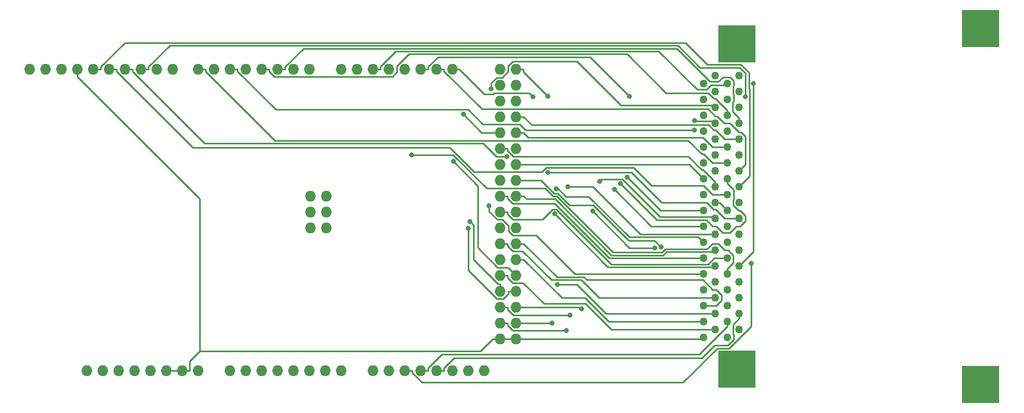
<source format=gbr>
G04 #@! TF.GenerationSoftware,KiCad,Pcbnew,5.1.6*
G04 #@! TF.CreationDate,2021-01-19T19:15:35+01:00*
G04 #@! TF.ProjectId,arduino-wirewrap,61726475-696e-46f2-9d77-697265777261,rev?*
G04 #@! TF.SameCoordinates,Original*
G04 #@! TF.FileFunction,Copper,L1,Top*
G04 #@! TF.FilePolarity,Positive*
%FSLAX46Y46*%
G04 Gerber Fmt 4.6, Leading zero omitted, Abs format (unit mm)*
G04 Created by KiCad (PCBNEW 5.1.6) date 2021-01-19 19:15:35*
%MOMM*%
%LPD*%
G01*
G04 APERTURE LIST*
G04 #@! TA.AperFunction,ComponentPad*
%ADD10R,6.000000X6.000000*%
G04 #@! TD*
G04 #@! TA.AperFunction,ComponentPad*
%ADD11C,1.270000*%
G04 #@! TD*
G04 #@! TA.AperFunction,ComponentPad*
%ADD12O,1.727200X1.727200*%
G04 #@! TD*
G04 #@! TA.AperFunction,ViaPad*
%ADD13C,0.800000*%
G04 #@! TD*
G04 #@! TA.AperFunction,Conductor*
%ADD14C,0.250000*%
G04 #@! TD*
G04 APERTURE END LIST*
D10*
X214020000Y-62500000D03*
X214020000Y-119500000D03*
X175000000Y-64965000D03*
X175000000Y-117035000D03*
D11*
X175405000Y-70045000D03*
X173500000Y-71315000D03*
X175405000Y-72585000D03*
X173500000Y-73855000D03*
X175405000Y-75125000D03*
X173500000Y-76395000D03*
X175405000Y-77665000D03*
X173500000Y-78935000D03*
X175405000Y-80205000D03*
X173500000Y-81475000D03*
X175405000Y-82745000D03*
X173500000Y-84015000D03*
X175405000Y-85285000D03*
X173500000Y-86555000D03*
X175405000Y-87825000D03*
X173500000Y-89095000D03*
X175405000Y-90365000D03*
X173500000Y-91635000D03*
X175405000Y-92905000D03*
X173500000Y-94175000D03*
X175405000Y-95445000D03*
X173500000Y-96715000D03*
X175405000Y-97985000D03*
X173500000Y-99255000D03*
X175405000Y-100525000D03*
X173500000Y-101795000D03*
X175405000Y-103065000D03*
X173500000Y-104335000D03*
X175405000Y-105605000D03*
X173500000Y-106875000D03*
X175405000Y-108145000D03*
X173500000Y-109415000D03*
X175405000Y-110685000D03*
X173500000Y-111955000D03*
X171595000Y-70045000D03*
X169690000Y-71315000D03*
X171595000Y-72585000D03*
X169690000Y-73855000D03*
X171595000Y-75125000D03*
X169690000Y-76395000D03*
X171595000Y-77665000D03*
X169690000Y-78935000D03*
X171595000Y-80205000D03*
X169690000Y-81475000D03*
X171595000Y-82745000D03*
X169690000Y-84015000D03*
X171595000Y-85285000D03*
X169690000Y-86555000D03*
X171595000Y-87825000D03*
X169690000Y-89095000D03*
X171595000Y-90365000D03*
X169690000Y-91635000D03*
X171595000Y-92905000D03*
X169690000Y-94175000D03*
X171595000Y-95445000D03*
X169690000Y-96715000D03*
X171595000Y-97985000D03*
X169690000Y-99255000D03*
X171595000Y-100525000D03*
X169690000Y-101795000D03*
X171595000Y-103065000D03*
X169690000Y-104335000D03*
X171595000Y-105605000D03*
X169690000Y-106875000D03*
X171595000Y-108145000D03*
X169690000Y-109415000D03*
X171595000Y-110685000D03*
X169690000Y-111955000D03*
D12*
X106852000Y-89330000D03*
X139745000Y-112190000D03*
X137205000Y-112190000D03*
X139745000Y-109650000D03*
X137205000Y-109650000D03*
X139745000Y-107110000D03*
X137205000Y-107110000D03*
X139745000Y-104570000D03*
X137205000Y-104570000D03*
X139745000Y-102030000D03*
X137205000Y-102030000D03*
X139745000Y-99490000D03*
X137205000Y-99490000D03*
X139745000Y-96950000D03*
X137205000Y-96950000D03*
X139745000Y-94410000D03*
X137205000Y-94410000D03*
X139745000Y-91870000D03*
X137205000Y-91870000D03*
X139745000Y-89330000D03*
X137205000Y-89330000D03*
X139745000Y-86790000D03*
X137205000Y-86790000D03*
X139745000Y-84250000D03*
X137205000Y-84250000D03*
X139745000Y-81710000D03*
X137205000Y-81710000D03*
X139745000Y-79170000D03*
X137205000Y-79170000D03*
X139745000Y-76630000D03*
X137205000Y-76630000D03*
X139745000Y-74090000D03*
X137205000Y-74090000D03*
X139745000Y-71550000D03*
X137205000Y-71550000D03*
X139745000Y-69010000D03*
X137205000Y-69010000D03*
X134665000Y-117270000D03*
X132125000Y-117270000D03*
X129585000Y-117270000D03*
X127045000Y-117270000D03*
X124505000Y-117270000D03*
X121965000Y-117270000D03*
X119425000Y-117270000D03*
X116885000Y-117270000D03*
X111805000Y-117270000D03*
X109265000Y-117270000D03*
X106725000Y-117270000D03*
X104185000Y-117270000D03*
X101645000Y-117270000D03*
X99105000Y-117270000D03*
X96565000Y-117270000D03*
X71165000Y-117270000D03*
X77261000Y-69010000D03*
X74721000Y-69010000D03*
X72181000Y-69010000D03*
X67101000Y-69010000D03*
X64561000Y-69010000D03*
X62021000Y-69010000D03*
X79801000Y-69010000D03*
X82341000Y-69010000D03*
X84881000Y-69010000D03*
X69641000Y-69010000D03*
X88945000Y-69010000D03*
X91485000Y-69010000D03*
X94025000Y-69010000D03*
X96565000Y-69010000D03*
X99105000Y-69010000D03*
X101645000Y-69010000D03*
X104185000Y-69010000D03*
X106725000Y-69010000D03*
X111805000Y-69010000D03*
X114345000Y-69010000D03*
X116885000Y-69010000D03*
X119425000Y-69010000D03*
X121965000Y-69010000D03*
X124505000Y-69010000D03*
X127045000Y-69010000D03*
X129585000Y-69010000D03*
X73705000Y-117270000D03*
X76245000Y-117270000D03*
X78785000Y-117270000D03*
X81325000Y-117270000D03*
X83865000Y-117270000D03*
X86405000Y-117270000D03*
X88945000Y-117270000D03*
X94025000Y-117270000D03*
X109392000Y-89330000D03*
X106852000Y-91870000D03*
X109392000Y-91870000D03*
X109392000Y-94410000D03*
X106852000Y-94410000D03*
D13*
X135425700Y-90895700D03*
X157467500Y-86304700D03*
X144833200Y-73388200D03*
X131322400Y-76239000D03*
X153076500Y-86960900D03*
X155453800Y-88281200D03*
X161882800Y-97627700D03*
X151986300Y-91741500D03*
X144824500Y-85514900D03*
X138325700Y-83029100D03*
X176364500Y-73418800D03*
X148363600Y-108407500D03*
X150199000Y-107405100D03*
X147770600Y-110859300D03*
X145458400Y-109650000D03*
X147985800Y-87831600D03*
X146125600Y-88196200D03*
X145878900Y-92178500D03*
X162883200Y-97522900D03*
X177326800Y-100091900D03*
X157876600Y-73372000D03*
X168270100Y-78750300D03*
X156402400Y-87369800D03*
X142435600Y-73403000D03*
X177665100Y-71322000D03*
X123026100Y-82733100D03*
X129704600Y-83785000D03*
X132395000Y-93405600D03*
X135781100Y-72213200D03*
X132092800Y-94505400D03*
X168240500Y-77239400D03*
X146301200Y-103488200D03*
D14*
X139745000Y-112190000D02*
X169455000Y-112190000D01*
X169455000Y-112190000D02*
X169690000Y-111955000D01*
X137205000Y-112190000D02*
X139745000Y-112190000D01*
X89185600Y-114175000D02*
X89185600Y-89743500D01*
X89185600Y-89743500D02*
X69641000Y-70198900D01*
X87593900Y-117270000D02*
X87593900Y-115766700D01*
X87593900Y-115766700D02*
X89185600Y-114175000D01*
X89185600Y-114175000D02*
X134031100Y-114175000D01*
X134031100Y-114175000D02*
X136016100Y-112190000D01*
X69641000Y-69010000D02*
X69641000Y-70198900D01*
X86405000Y-117270000D02*
X87593900Y-117270000D01*
X83865000Y-117270000D02*
X86405000Y-117270000D01*
X137205000Y-112190000D02*
X136016100Y-112190000D01*
X135425700Y-90895700D02*
X135425700Y-91779200D01*
X135425700Y-91779200D02*
X136734200Y-93087700D01*
X136734200Y-93087700D02*
X137565100Y-93087700D01*
X137565100Y-93087700D02*
X138556000Y-94078600D01*
X138556000Y-94078600D02*
X138556000Y-94924300D01*
X138556000Y-94924300D02*
X139247800Y-95616100D01*
X139247800Y-95616100D02*
X142953000Y-95616100D01*
X142953000Y-95616100D02*
X149131900Y-101795000D01*
X149131900Y-101795000D02*
X169690000Y-101795000D01*
X169690000Y-91635000D02*
X162797800Y-91635000D01*
X162797800Y-91635000D02*
X157467500Y-86304700D01*
X139745000Y-69010000D02*
X140933900Y-69010000D01*
X140933900Y-69010000D02*
X140933900Y-69488900D01*
X140933900Y-69488900D02*
X144833200Y-73388200D01*
X171595000Y-90365000D02*
X172230000Y-90365000D01*
X172230000Y-90365000D02*
X173500000Y-91635000D01*
X139745000Y-76630000D02*
X140933900Y-76630000D01*
X140933900Y-76630000D02*
X142278400Y-77974500D01*
X142278400Y-77974500D02*
X170519300Y-77974500D01*
X170519300Y-77974500D02*
X171320400Y-78775600D01*
X171320400Y-78775600D02*
X171614200Y-78775600D01*
X171614200Y-78775600D02*
X173043600Y-80205000D01*
X173043600Y-80205000D02*
X175405000Y-80205000D01*
X139745000Y-79170000D02*
X140933900Y-79170000D01*
X140933900Y-79170000D02*
X141693300Y-79929400D01*
X141693300Y-79929400D02*
X169593000Y-79929400D01*
X169593000Y-79929400D02*
X171138600Y-81475000D01*
X171138600Y-81475000D02*
X173500000Y-81475000D01*
X137205000Y-79170000D02*
X134253400Y-79170000D01*
X134253400Y-79170000D02*
X131322400Y-76239000D01*
X171595000Y-92905000D02*
X171369700Y-92679700D01*
X171369700Y-92679700D02*
X162738100Y-92679700D01*
X162738100Y-92679700D02*
X156702900Y-86644500D01*
X156702900Y-86644500D02*
X153392900Y-86644500D01*
X153392900Y-86644500D02*
X153076500Y-86960900D01*
X155453800Y-88281200D02*
X161347600Y-94175000D01*
X161347600Y-94175000D02*
X169690000Y-94175000D01*
X161882800Y-97627700D02*
X157872500Y-97627700D01*
X157872500Y-97627700D02*
X151986300Y-91741500D01*
X72181000Y-69010000D02*
X73369900Y-69010000D01*
X73369900Y-69010000D02*
X73369900Y-68638500D01*
X73369900Y-68638500D02*
X77229800Y-64778600D01*
X77229800Y-64778600D02*
X166815000Y-64778600D01*
X166815000Y-64778600D02*
X170326800Y-68290400D01*
X170326800Y-68290400D02*
X175662900Y-68290400D01*
X175662900Y-68290400D02*
X176939700Y-69567200D01*
X176939700Y-69567200D02*
X176939700Y-72069900D01*
X176939700Y-72069900D02*
X177094300Y-72224500D01*
X177094300Y-72224500D02*
X177094300Y-86135700D01*
X177094300Y-86135700D02*
X175405000Y-87825000D01*
X173500000Y-89095000D02*
X171138600Y-89095000D01*
X171138600Y-89095000D02*
X169709200Y-87665600D01*
X169709200Y-87665600D02*
X161391500Y-87665600D01*
X161391500Y-87665600D02*
X158482700Y-84756800D01*
X158482700Y-84756800D02*
X144524100Y-84756800D01*
X144524100Y-84756800D02*
X143835600Y-85445300D01*
X143835600Y-85445300D02*
X133027600Y-85445300D01*
X133027600Y-85445300D02*
X129139900Y-81557600D01*
X129139900Y-81557600D02*
X88085800Y-81557600D01*
X88085800Y-81557600D02*
X75909900Y-69381700D01*
X75909900Y-69381700D02*
X75909900Y-69010000D01*
X74721000Y-69010000D02*
X75909900Y-69010000D01*
X78449900Y-69010000D02*
X78449900Y-69381500D01*
X78449900Y-69381500D02*
X89958800Y-80890400D01*
X89958800Y-80890400D02*
X134458000Y-80890400D01*
X134458000Y-80890400D02*
X136596700Y-83029100D01*
X136596700Y-83029100D02*
X138325700Y-83029100D01*
X77261000Y-69010000D02*
X78449900Y-69010000D01*
X175405000Y-92905000D02*
X173043600Y-92905000D01*
X173043600Y-92905000D02*
X171614200Y-91475600D01*
X171614200Y-91475600D02*
X171320400Y-91475600D01*
X171320400Y-91475600D02*
X170209800Y-90365000D01*
X170209800Y-90365000D02*
X163043000Y-90365000D01*
X163043000Y-90365000D02*
X158192900Y-85514900D01*
X158192900Y-85514900D02*
X144824500Y-85514900D01*
X80989900Y-69010000D02*
X80989900Y-68638500D01*
X80989900Y-68638500D02*
X84399400Y-65229000D01*
X84399400Y-65229000D02*
X165599200Y-65229000D01*
X165599200Y-65229000D02*
X169123600Y-68753400D01*
X169123600Y-68753400D02*
X175481600Y-68753400D01*
X175481600Y-68753400D02*
X176369600Y-69641400D01*
X176369600Y-69641400D02*
X176369600Y-73413700D01*
X176369600Y-73413700D02*
X176364500Y-73418800D01*
X79801000Y-69010000D02*
X80989900Y-69010000D01*
X138393900Y-107110000D02*
X138393900Y-107481500D01*
X138393900Y-107481500D02*
X139319900Y-108407500D01*
X139319900Y-108407500D02*
X148363600Y-108407500D01*
X137205000Y-107110000D02*
X138393900Y-107110000D01*
X139745000Y-107110000D02*
X140933900Y-107110000D01*
X140933900Y-107110000D02*
X149903900Y-107110000D01*
X149903900Y-107110000D02*
X150199000Y-107405100D01*
X138393900Y-109650000D02*
X138393900Y-110021500D01*
X138393900Y-110021500D02*
X139231700Y-110859300D01*
X139231700Y-110859300D02*
X147770600Y-110859300D01*
X137205000Y-109650000D02*
X138393900Y-109650000D01*
X140933900Y-84250000D02*
X167385000Y-84250000D01*
X167385000Y-84250000D02*
X169690000Y-86555000D01*
X139745000Y-84250000D02*
X140933900Y-84250000D01*
X137205000Y-81710000D02*
X138393900Y-81710000D01*
X138393900Y-81710000D02*
X138393900Y-82056000D01*
X138393900Y-82056000D02*
X139317900Y-82980000D01*
X139317900Y-82980000D02*
X167269800Y-82980000D01*
X167269800Y-82980000D02*
X169415400Y-85125600D01*
X169415400Y-85125600D02*
X169635700Y-85125600D01*
X169635700Y-85125600D02*
X171595000Y-87084900D01*
X171595000Y-87084900D02*
X171595000Y-87825000D01*
X139745000Y-109650000D02*
X145458400Y-109650000D01*
X147985800Y-87831600D02*
X151983500Y-87831600D01*
X151983500Y-87831600D02*
X159596900Y-95445000D01*
X159596900Y-95445000D02*
X171595000Y-95445000D01*
X169690000Y-96715000D02*
X168870400Y-95895400D01*
X168870400Y-95895400D02*
X157802900Y-95895400D01*
X157802900Y-95895400D02*
X151337000Y-89429500D01*
X151337000Y-89429500D02*
X147711200Y-89429500D01*
X147711200Y-89429500D02*
X146477900Y-88196200D01*
X146477900Y-88196200D02*
X146125600Y-88196200D01*
X139745000Y-89330000D02*
X140933900Y-89330000D01*
X140933900Y-89330000D02*
X141426000Y-89822100D01*
X141426000Y-89822100D02*
X146022100Y-89822100D01*
X146022100Y-89822100D02*
X155003300Y-98803300D01*
X155003300Y-98803300D02*
X163294000Y-98803300D01*
X163294000Y-98803300D02*
X163802700Y-98294600D01*
X163802700Y-98294600D02*
X171285400Y-98294600D01*
X171285400Y-98294600D02*
X171595000Y-97985000D01*
X169690000Y-99255000D02*
X154618100Y-99255000D01*
X154618100Y-99255000D02*
X145882000Y-90518900D01*
X145882000Y-90518900D02*
X139211200Y-90518900D01*
X139211200Y-90518900D02*
X138393900Y-89701600D01*
X138393900Y-89701600D02*
X138393900Y-89330000D01*
X137205000Y-89330000D02*
X138393900Y-89330000D01*
X171595000Y-100525000D02*
X171416400Y-100703600D01*
X171416400Y-100703600D02*
X154404000Y-100703600D01*
X154404000Y-100703600D02*
X145878900Y-92178500D01*
X162883200Y-97522900D02*
X161864800Y-96504500D01*
X161864800Y-96504500D02*
X157775100Y-96504500D01*
X157775100Y-96504500D02*
X152110500Y-90839900D01*
X152110500Y-90839900D02*
X148313700Y-90839900D01*
X148313700Y-90839900D02*
X146395300Y-88921500D01*
X146395300Y-88921500D02*
X145825200Y-88921500D01*
X145825200Y-88921500D02*
X143693700Y-86790000D01*
X143693700Y-86790000D02*
X140933900Y-86790000D01*
X139745000Y-86790000D02*
X140933900Y-86790000D01*
X118073900Y-69010000D02*
X118073900Y-68638500D01*
X118073900Y-68638500D02*
X120544500Y-66167900D01*
X120544500Y-66167900D02*
X162539800Y-66167900D01*
X162539800Y-66167900D02*
X168659100Y-72287200D01*
X168659100Y-72287200D02*
X170166400Y-72287200D01*
X170166400Y-72287200D02*
X170862400Y-71591200D01*
X170862400Y-71591200D02*
X173223800Y-71591200D01*
X173223800Y-71591200D02*
X173500000Y-71315000D01*
X116885000Y-69010000D02*
X118073900Y-69010000D01*
X123153900Y-117270000D02*
X123153900Y-117641500D01*
X123153900Y-117641500D02*
X124716000Y-119203600D01*
X124716000Y-119203600D02*
X166365100Y-119203600D01*
X166365100Y-119203600D02*
X171859100Y-113709600D01*
X171859100Y-113709600D02*
X173771900Y-113709600D01*
X173771900Y-113709600D02*
X177326800Y-110154700D01*
X177326800Y-110154700D02*
X177326800Y-100091900D01*
X121965000Y-117270000D02*
X123153900Y-117270000D01*
X99105000Y-69010000D02*
X100293900Y-69010000D01*
X100293900Y-69010000D02*
X100293900Y-69381500D01*
X100293900Y-69381500D02*
X101117400Y-70205000D01*
X101117400Y-70205000D02*
X119960800Y-70205000D01*
X119960800Y-70205000D02*
X120695000Y-69470800D01*
X120695000Y-69470800D02*
X120695000Y-68542700D01*
X120695000Y-68542700D02*
X122619400Y-66618300D01*
X122619400Y-66618300D02*
X157517400Y-66618300D01*
X157517400Y-66618300D02*
X163715200Y-72816100D01*
X163715200Y-72816100D02*
X170440900Y-72816100D01*
X170440900Y-72816100D02*
X171320400Y-73695600D01*
X171320400Y-73695600D02*
X171540700Y-73695600D01*
X171540700Y-73695600D02*
X173500000Y-75654900D01*
X173500000Y-75654900D02*
X173500000Y-76395000D01*
X102833900Y-69010000D02*
X102833900Y-68638500D01*
X102833900Y-68638500D02*
X105754900Y-65717500D01*
X105754900Y-65717500D02*
X165450800Y-65717500D01*
X165450800Y-65717500D02*
X170738700Y-71005400D01*
X170738700Y-71005400D02*
X172104600Y-71005400D01*
X172104600Y-71005400D02*
X172817400Y-70292600D01*
X172817400Y-70292600D02*
X173894400Y-70292600D01*
X173894400Y-70292600D02*
X174499100Y-70897300D01*
X174499100Y-70897300D02*
X174499100Y-71674200D01*
X174499100Y-71674200D02*
X174402000Y-71771300D01*
X174402000Y-71771300D02*
X174402000Y-72944100D01*
X174402000Y-72944100D02*
X174499100Y-73041200D01*
X174499100Y-73041200D02*
X174499100Y-74214200D01*
X174499100Y-74214200D02*
X174395400Y-74317900D01*
X174395400Y-74317900D02*
X174395400Y-75841800D01*
X174395400Y-75841800D02*
X175405000Y-76851400D01*
X175405000Y-76851400D02*
X175405000Y-77665000D01*
X101645000Y-69010000D02*
X102833900Y-69010000D01*
X125693900Y-69010000D02*
X125693900Y-68638500D01*
X125693900Y-68638500D02*
X127259400Y-67073000D01*
X127259400Y-67073000D02*
X151577600Y-67073000D01*
X151577600Y-67073000D02*
X157876600Y-73372000D01*
X124505000Y-69010000D02*
X125693900Y-69010000D01*
X168270100Y-78750300D02*
X141223400Y-78750300D01*
X141223400Y-78750300D02*
X140292100Y-77819000D01*
X140292100Y-77819000D02*
X134378600Y-77819000D01*
X134378600Y-77819000D02*
X132073300Y-75513700D01*
X132073300Y-75513700D02*
X101346100Y-75513700D01*
X101346100Y-75513700D02*
X95213900Y-69381500D01*
X95213900Y-69381500D02*
X95213900Y-69010000D01*
X94025000Y-69010000D02*
X95213900Y-69010000D01*
X88945000Y-69010000D02*
X90133900Y-69010000D01*
X90133900Y-69010000D02*
X90133900Y-69381500D01*
X90133900Y-69381500D02*
X101192400Y-80440000D01*
X101192400Y-80440000D02*
X167269800Y-80440000D01*
X167269800Y-80440000D02*
X169415400Y-82585600D01*
X169415400Y-82585600D02*
X169709200Y-82585600D01*
X169709200Y-82585600D02*
X171138600Y-84015000D01*
X171138600Y-84015000D02*
X173500000Y-84015000D01*
X128233900Y-69010000D02*
X128233900Y-69381500D01*
X128233900Y-69381500D02*
X134285400Y-75433000D01*
X134285400Y-75433000D02*
X170454500Y-75433000D01*
X170454500Y-75433000D02*
X171575800Y-76554300D01*
X171575800Y-76554300D02*
X171869600Y-76554300D01*
X171869600Y-76554300D02*
X172980300Y-77665000D01*
X172980300Y-77665000D02*
X173956500Y-77665000D01*
X173956500Y-77665000D02*
X175385800Y-79094300D01*
X175385800Y-79094300D02*
X175679600Y-79094300D01*
X175679600Y-79094300D02*
X176368700Y-79783400D01*
X176368700Y-79783400D02*
X176368700Y-84321300D01*
X176368700Y-84321300D02*
X175405000Y-85285000D01*
X127045000Y-69010000D02*
X128233900Y-69010000D01*
X173500000Y-86555000D02*
X173500000Y-87368500D01*
X173500000Y-87368500D02*
X174509500Y-88378000D01*
X174509500Y-88378000D02*
X174509500Y-89902300D01*
X174509500Y-89902300D02*
X174405800Y-90006000D01*
X174405800Y-90006000D02*
X174405800Y-90772200D01*
X174405800Y-90772200D02*
X175268600Y-91635000D01*
X175268600Y-91635000D02*
X175512500Y-91635000D01*
X175512500Y-91635000D02*
X176365400Y-92487900D01*
X176365400Y-92487900D02*
X176365400Y-93378100D01*
X176365400Y-93378100D02*
X175568500Y-94175000D01*
X175568500Y-94175000D02*
X174948600Y-94175000D01*
X174948600Y-94175000D02*
X173926100Y-95197500D01*
X173926100Y-95197500D02*
X172786700Y-95197500D01*
X172786700Y-95197500D02*
X171764200Y-94175000D01*
X171764200Y-94175000D02*
X171138600Y-94175000D01*
X171138600Y-94175000D02*
X170178200Y-93214600D01*
X170178200Y-93214600D02*
X162247200Y-93214600D01*
X162247200Y-93214600D02*
X156402400Y-87369800D01*
X130773900Y-69010000D02*
X130773900Y-69158600D01*
X130773900Y-69158600D02*
X134626500Y-73011200D01*
X134626500Y-73011200D02*
X136081600Y-73011200D01*
X136081600Y-73011200D02*
X136241000Y-72851800D01*
X136241000Y-72851800D02*
X141884400Y-72851800D01*
X141884400Y-72851800D02*
X142435600Y-73403000D01*
X129585000Y-69010000D02*
X130773900Y-69010000D01*
X173500000Y-99255000D02*
X171416500Y-99255000D01*
X171416500Y-99255000D02*
X170418300Y-100253200D01*
X170418300Y-100253200D02*
X154979400Y-100253200D01*
X154979400Y-100253200D02*
X146179400Y-91453200D01*
X146179400Y-91453200D02*
X145578500Y-91453200D01*
X145578500Y-91453200D02*
X143968300Y-93063400D01*
X143968300Y-93063400D02*
X139215800Y-93063400D01*
X139215800Y-93063400D02*
X138393900Y-92241500D01*
X138393900Y-92241500D02*
X138393900Y-91870000D01*
X137205000Y-91870000D02*
X138393900Y-91870000D01*
X177665100Y-71322000D02*
X177665100Y-98264900D01*
X177665100Y-98264900D02*
X175405000Y-100525000D01*
X173500000Y-101795000D02*
X173500000Y-100981500D01*
X173500000Y-100981500D02*
X174474000Y-100007500D01*
X174474000Y-100007500D02*
X174474000Y-98813500D01*
X174474000Y-98813500D02*
X173645500Y-97985000D01*
X173645500Y-97985000D02*
X173043600Y-97985000D01*
X173043600Y-97985000D02*
X172043400Y-96984800D01*
X172043400Y-96984800D02*
X171094900Y-96984800D01*
X171094900Y-96984800D02*
X170235500Y-97844200D01*
X170235500Y-97844200D02*
X163587700Y-97844200D01*
X163587700Y-97844200D02*
X163078900Y-98353000D01*
X163078900Y-98353000D02*
X155189900Y-98353000D01*
X155189900Y-98353000D02*
X146208700Y-89371800D01*
X146208700Y-89371800D02*
X145638600Y-89371800D01*
X145638600Y-89371800D02*
X144373200Y-88106400D01*
X144373200Y-88106400D02*
X135051800Y-88106400D01*
X135051800Y-88106400D02*
X129678500Y-82733100D01*
X129678500Y-82733100D02*
X123026100Y-82733100D01*
X127045000Y-117270000D02*
X128233900Y-117270000D01*
X128233900Y-117270000D02*
X128233900Y-116898500D01*
X128233900Y-116898500D02*
X129827200Y-115305200D01*
X129827200Y-115305200D02*
X169428800Y-115305200D01*
X169428800Y-115305200D02*
X171487400Y-113246600D01*
X171487400Y-113246600D02*
X173598000Y-113246600D01*
X173598000Y-113246600D02*
X174502900Y-112341700D01*
X174502900Y-112341700D02*
X174502900Y-111595700D01*
X174502900Y-111595700D02*
X174398300Y-111491100D01*
X174398300Y-111491100D02*
X174398300Y-109965300D01*
X174398300Y-109965300D02*
X175405000Y-108958600D01*
X175405000Y-108958600D02*
X175405000Y-108145000D01*
X173500000Y-109415000D02*
X173500000Y-110228600D01*
X173500000Y-110228600D02*
X169020900Y-114707700D01*
X169020900Y-114707700D02*
X127884700Y-114707700D01*
X127884700Y-114707700D02*
X125693900Y-116898500D01*
X125693900Y-116898500D02*
X125693900Y-117270000D01*
X124505000Y-117270000D02*
X125693900Y-117270000D01*
X139745000Y-102030000D02*
X138475000Y-100760000D01*
X138475000Y-100760000D02*
X136784400Y-100760000D01*
X136784400Y-100760000D02*
X133631200Y-97606800D01*
X133631200Y-97606800D02*
X133631200Y-87711600D01*
X133631200Y-87711600D02*
X129704600Y-83785000D01*
X137205000Y-104570000D02*
X137205000Y-103381100D01*
X137205000Y-103381100D02*
X136833500Y-103381100D01*
X136833500Y-103381100D02*
X132946600Y-99494200D01*
X132946600Y-99494200D02*
X132946600Y-93957200D01*
X132946600Y-93957200D02*
X132395000Y-93405600D01*
X138556100Y-104570000D02*
X138556100Y-104941500D01*
X138556100Y-104941500D02*
X137712700Y-105784900D01*
X137712700Y-105784900D02*
X136678900Y-105784900D01*
X136678900Y-105784900D02*
X132092800Y-101198800D01*
X132092800Y-101198800D02*
X132092800Y-94505400D01*
X171595000Y-75125000D02*
X171303100Y-74833100D01*
X171303100Y-74833100D02*
X156503600Y-74833100D01*
X156503600Y-74833100D02*
X149449200Y-67778700D01*
X149449200Y-67778700D02*
X139241000Y-67778700D01*
X139241000Y-67778700D02*
X138475000Y-68544700D01*
X138475000Y-68544700D02*
X138475000Y-69422400D01*
X138475000Y-69422400D02*
X137536400Y-70361000D01*
X137536400Y-70361000D02*
X136659900Y-70361000D01*
X136659900Y-70361000D02*
X135781100Y-71239800D01*
X135781100Y-71239800D02*
X135781100Y-72213200D01*
X139745000Y-104570000D02*
X138556100Y-104570000D01*
X168240500Y-77239400D02*
X168361100Y-77360000D01*
X168361100Y-77360000D02*
X171290000Y-77360000D01*
X171290000Y-77360000D02*
X171595000Y-77665000D01*
X171595000Y-105605000D02*
X153009200Y-105605000D01*
X153009200Y-105605000D02*
X150167100Y-102762900D01*
X150167100Y-102762900D02*
X145389800Y-102762900D01*
X145389800Y-102762900D02*
X140765800Y-98138900D01*
X140765800Y-98138900D02*
X139211200Y-98138900D01*
X139211200Y-98138900D02*
X138393900Y-97321600D01*
X138393900Y-97321600D02*
X138393900Y-96950000D01*
X137205000Y-96950000D02*
X138393900Y-96950000D01*
X169690000Y-106875000D02*
X171737900Y-106875000D01*
X171737900Y-106875000D02*
X172569000Y-106043900D01*
X172569000Y-106043900D02*
X172569000Y-105163500D01*
X172569000Y-105163500D02*
X171740500Y-104335000D01*
X171740500Y-104335000D02*
X171138600Y-104335000D01*
X171138600Y-104335000D02*
X169584400Y-102780800D01*
X169584400Y-102780800D02*
X151047200Y-102780800D01*
X151047200Y-102780800D02*
X150579000Y-102312600D01*
X150579000Y-102312600D02*
X146296500Y-102312600D01*
X146296500Y-102312600D02*
X140933900Y-96950000D01*
X139745000Y-96950000D02*
X140933900Y-96950000D01*
X171595000Y-108145000D02*
X154133500Y-108145000D01*
X154133500Y-108145000D02*
X149476700Y-103488200D01*
X149476700Y-103488200D02*
X146301200Y-103488200D01*
X169690000Y-109415000D02*
X154508500Y-109415000D01*
X154508500Y-109415000D02*
X150739100Y-105645600D01*
X150739100Y-105645600D02*
X147089500Y-105645600D01*
X147089500Y-105645600D02*
X140933900Y-99490000D01*
X139745000Y-99490000D02*
X140933900Y-99490000D01*
X137205000Y-102030000D02*
X138393900Y-102030000D01*
X138393900Y-102030000D02*
X138393900Y-102401600D01*
X138393900Y-102401600D02*
X139211200Y-103218900D01*
X139211200Y-103218900D02*
X140852900Y-103218900D01*
X140852900Y-103218900D02*
X144195500Y-106561500D01*
X144195500Y-106561500D02*
X150826700Y-106561500D01*
X150826700Y-106561500D02*
X154950200Y-110685000D01*
X154950200Y-110685000D02*
X171595000Y-110685000D01*
M02*

</source>
